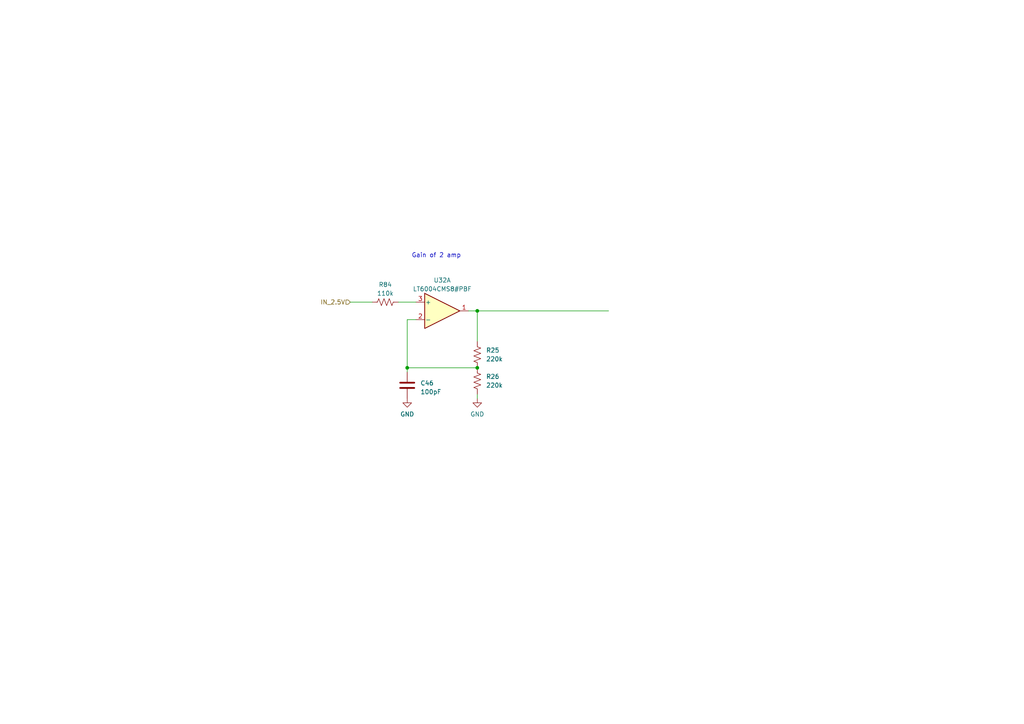
<source format=kicad_sch>
(kicad_sch (version 20230121) (generator eeschema)
  (paper "A4")
  (title_block (title "Foras Promineo Payload Interface Board") (rev "B"))
  (lib_symbols
    (symbol "Device:C" (pin_numbers hide) (pin_names (offset 0.254))
      (property "Reference" "C" (at 0.635 2.54 0))
      (property "Value" "C" (at 0.635 -2.54 0))
      (symbol "C_0_1"
        (polyline (pts (xy -2.032 -0.762) (xy 2.032 -0.762)) (stroke (width 0.508)))
        (polyline (pts (xy -2.032 0.762) (xy 2.032 0.762)) (stroke (width 0.508)))
      )
      (symbol "C_1_1"
        (pin passive line (at 0 3.81 270) (length 2.794) (name "~") (number "1"))
        (pin passive line (at 0 -3.81 90) (length 2.794) (name "~") (number "2"))
      )
    )
    (symbol "Device:R_US" (pin_numbers hide) (pin_names (offset 0))
      (property "Reference" "R" (at 2.54 0 90))
      (property "Value" "R_US" (at -2.54 0 90))
      (symbol "R_US_0_1"
        (polyline (pts (xy 0 -2.286) (xy 0 -2.54)))
        (polyline (pts (xy 0 2.286) (xy 0 2.54)))
        (polyline (pts (xy 0 -0.762) (xy 1.016 -1.143) (xy 0 -1.524) (xy -1.016 -1.905) (xy 0 -2.286)))
        (polyline (pts (xy 0 0.762) (xy 1.016 0.381) (xy 0 0) (xy -1.016 -0.381) (xy 0 -0.762)))
        (polyline (pts (xy 0 2.286) (xy 1.016 1.905) (xy 0 1.524) (xy -1.016 1.143) (xy 0 0.762)))
      )
      (symbol "R_US_1_1"
        (pin passive line (at 0 3.81 270) (length 1.27) (name "~") (number "1"))
        (pin passive line (at 0 -3.81 90) (length 1.27) (name "~") (number "2"))
      )
    )
    (symbol "SierraLobo:LT6004CMS8#PBF" (pin_names (offset 0.127))
      (property "Reference" "U" (at 0 5.08 0))
      (property "Value" "LT6004CMS8#PBF" (at 0 -5.08 0))
      (symbol "LT6004CMS8#PBF_1_1"
        (polyline (pts (xy -5.08 5.08) (xy 5.08 0) (xy -5.08 -5.08) (xy -5.08 5.08)) (stroke (width 0.254)) (fill (type background)))
        (pin output line (at 7.62 0 180) (length 2.54) (name "~") (number "1"))
        (pin input line (at -7.62 -2.54 0) (length 2.54) (name "-") (number "2"))
        (pin input line (at -7.62 2.54 0) (length 2.54) (name "+") (number "3"))
      )
      (symbol "LT6004CMS8#PBF_2_1"
        (polyline (pts (xy -5.08 5.08) (xy 5.08 0) (xy -5.08 -5.08) (xy -5.08 5.08)) (stroke (width 0.254)) (fill (type background)))
        (pin input line (at -7.62 2.54 0) (length 2.54) (name "+") (number "5"))
        (pin input line (at -7.62 -2.54 0) (length 2.54) (name "-") (number "6"))
        (pin output line (at 7.62 0 180) (length 2.54) (name "~") (number "7"))
      )
      (symbol "LT6004CMS8#PBF_3_1"
        (pin power_in line (at -2.54 -7.62 90) (length 3.81) (name "V-") (number "4"))
        (pin power_in line (at -2.54 7.62 270) (length 3.81) (name "V+") (number "8"))
      )
    )
    (symbol "power:GND" (power) (pin_names (offset 0))
      (property "Value" "GND" (at 0 -3.81 0))
      (symbol "GND_0_1"
        (polyline (pts (xy 0 0) (xy 0 -1.27) (xy 1.27 -1.27) (xy 0 -2.54) (xy -1.27 -1.27) (xy 0 -1.27)))
      )
      (symbol "GND_1_1"
        (pin power_in line (at 0 0 270) (length 0) hide (name "GND") (number "1"))
      )
    )
  )
  (junction (at 138.43 106.68))
  (junction (at 138.43 90.17))
  (junction (at 118.11 106.68))
  (wire (pts (xy 118.11 92.71) (xy 118.11 106.68)))
  (wire (pts (xy 101.6 87.63) (xy 107.95 87.63)))
  (wire (pts (xy 120.65 92.71) (xy 118.11 92.71)))
  (wire (pts (xy 118.11 106.68) (xy 118.11 107.95)))
  (wire (pts (xy 118.11 106.68) (xy 138.43 106.68)))
  (wire (pts (xy 115.57 87.63) (xy 120.65 87.63)))
  (wire (pts (xy 138.43 114.3) (xy 138.43 115.57)))
  (wire (pts (xy 138.43 90.17) (xy 176.53 90.17)))
  (wire (pts (xy 135.89 90.17) (xy 138.43 90.17)))
  (wire (pts (xy 138.43 99.06) (xy 138.43 90.17)))
  (text "Gain of 2 amp" (at 119.38 74.93 0) (effects (font (size 1.27 1.27)) (justify left bottom)))
  (hierarchical_label "IN_2.5V" (shape input) (at 101.6 87.63 180))
  (symbol (lib_id "power:GND") (at 118.11 115.57 0) (unit 1)
    (property "Reference" "#PWR096" (effects hide))
    (property "Value" "GND" (at 118.11 120.1325 0))
    (instances (project "payload-interface-board" (path "" (reference "#PWR096") (unit 1)) (path "" (reference "#PWR091") (unit 1)) (path "" (reference "#PWR0101") (unit 1))))
  )
  (symbol (lib_id "Device:R_US") (at 138.43 102.87 0) (unit 1)
    (property "Reference" "R25" (at 140.97 101.5999 0) (effects (justify left)))
    (property "Value" "220k" (at 140.97 104.1399 0) (effects (justify left)))
    (property "Footprint" "Resistor_SMD:R_0603_1608Metric" (effects hide))
    (instances (project "payload-interface-board" (path "" (reference "R25") (unit 1)) (path "" (reference "R54") (unit 1)) (path "" (reference "R62") (unit 1)) (path "" (reference "R90") (unit 1))))
  )
  (symbol (lib_id "Device:R_US") (at 111.76 87.63 90) (unit 1)
    (property "Reference" "R84" (at 111.76 82.55 90))
    (property "Value" "110k" (at 111.76 85.09 90))
    (property "Footprint" "Resistor_SMD:R_0603_1608Metric" (effects hide))
    (instances (project "payload-interface-board" (path "" (reference "R84") (unit 1)) (path "" (reference "R92") (unit 1)) (path "" (reference "R93") (unit 1)) (path "" (reference "R94") (unit 1))))
  )
  (symbol (lib_id "SierraLobo:LT6004CMS8#PBF") (at 128.27 90.17 0) (unit 1)
    (property "Reference" "U32" (at 128.27 81.28 0))
    (property "Value" "LT6004CMS8#PBF" (at 128.27 83.82 0))
    (property "Footprint" "Package_SO:MSOP-8_3x3mm_P0.65mm" (effects hide))
    (instances (project "mainboard" (path "" (reference "U32") (unit 1))) (project "payload-interface-board" (path "" (reference "U7") (unit 2)) (path "" (reference "U7") (unit 1)) (path "" (reference "U6") (unit 1))))
  )
  (symbol (lib_id "Device:C") (at 118.11 111.76 0) (unit 1)
    (property "Reference" "C46" (at 121.92 111.125 0) (effects (justify left)))
    (property "Value" "100pF" (at 121.92 113.665 0) (effects (justify left)))
    (property "Footprint" "Capacitor_SMD:C_0603_1608Metric" (effects hide))
    (instances (project "payload-interface-board" (path "" (reference "C46") (unit 1)) (path "" (reference "C44") (unit 1)) (path "" (reference "C48") (unit 1))))
  )
  (symbol (lib_id "power:GND") (at 138.43 115.57 0) (unit 1)
    (property "Reference" "#PWR095" (effects hide))
    (property "Value" "GND" (at 138.43 120.1325 0))
    (instances (project "payload-interface-board" (path "" (reference "#PWR095") (unit 1)) (path "" (reference "#PWR090") (unit 1)) (path "" (reference "#PWR0100") (unit 1))))
  )
  (symbol (lib_id "Device:R_US") (at 138.43 110.49 0) (unit 1)
    (property "Reference" "R26" (at 140.97 109.2199 0) (effects (justify left)))
    (property "Value" "220k" (at 140.97 111.7599 0) (effects (justify left)))
    (property "Footprint" "Resistor_SMD:R_0603_1608Metric" (effects hide))
    (instances (project "payload-interface-board" (path "" (reference "R26") (unit 1)) (path "" (reference "R58") (unit 1)) (path "" (reference "R89") (unit 1)) (path "" (reference "R91") (unit 1))))
  )
)
</source>
